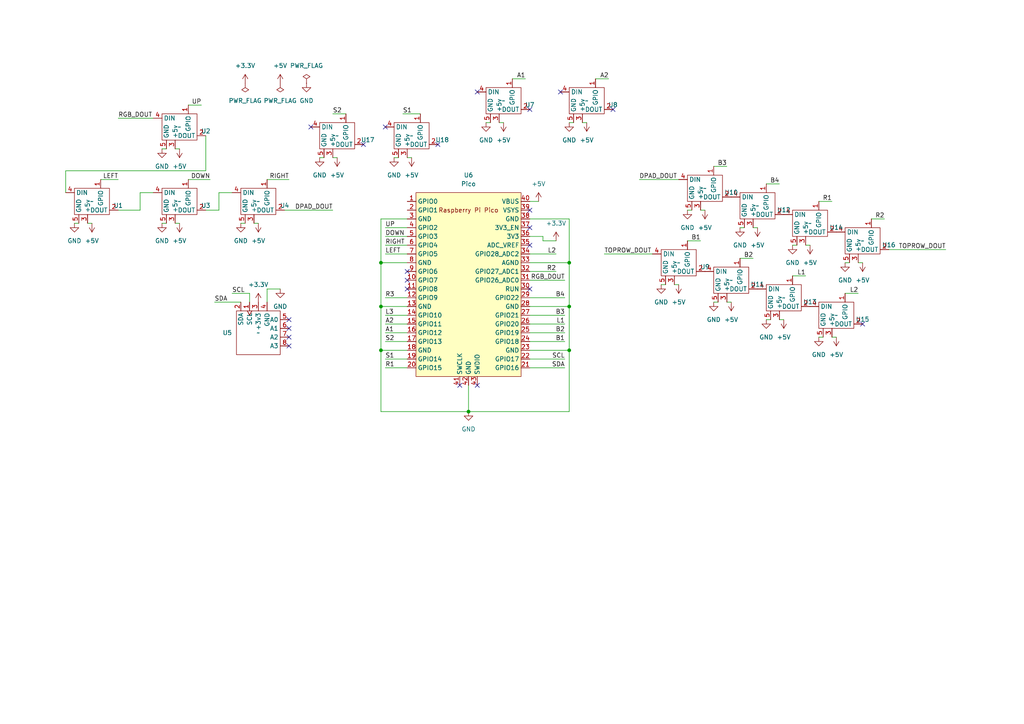
<source format=kicad_sch>
(kicad_sch (version 20230121) (generator eeschema)
  (paper "A4")
  (lib_symbols
    (symbol "MCU_RaspberryPi_and_Boards:Pico"
      (property "Reference" "U" (at -13.97 27.94 0))
      (property "Value" "Pico" (at 0 19.05 0))
      (symbol "Pico_0_0"
        (text "Raspberry Pi Pico" (at 0 21.59 0) (effects (font (size 1.27 1.27))))
      )
      (symbol "Pico_0_1"
        (rectangle (start -15.24 26.67) (end 15.24 -26.67) (fill (type background)))
      )
      (symbol "Pico_1_1"
        (pin bidirectional line (at -17.78 24.13 0) (length 2.54) (name "GPIO0") (number "1"))
        (pin bidirectional line (at -17.78 1.27 0) (length 2.54) (name "GPIO7") (number "10"))
        (pin bidirectional line (at -17.78 -1.27 0) (length 2.54) (name "GPIO8") (number "11"))
        (pin bidirectional line (at -17.78 -3.81 0) (length 2.54) (name "GPIO9") (number "12"))
        (pin power_in line (at -17.78 -6.35 0) (length 2.54) (name "GND") (number "13"))
        (pin bidirectional line (at -17.78 -8.89 0) (length 2.54) (name "GPIO10") (number "14"))
        (pin bidirectional line (at -17.78 -11.43 0) (length 2.54) (name "GPIO11") (number "15"))
        (pin bidirectional line (at -17.78 -13.97 0) (length 2.54) (name "GPIO12") (number "16"))
        (pin bidirectional line (at -17.78 -16.51 0) (length 2.54) (name "GPIO13") (number "17"))
        (pin power_in line (at -17.78 -19.05 0) (length 2.54) (name "GND") (number "18"))
        (pin bidirectional line (at -17.78 -21.59 0) (length 2.54) (name "GPIO14") (number "19"))
        (pin bidirectional line (at -17.78 21.59 0) (length 2.54) (name "GPIO1") (number "2"))
        (pin bidirectional line (at -17.78 -24.13 0) (length 2.54) (name "GPIO15") (number "20"))
        (pin bidirectional line (at 17.78 -24.13 180) (length 2.54) (name "GPIO16") (number "21"))
        (pin bidirectional line (at 17.78 -21.59 180) (length 2.54) (name "GPIO17") (number "22"))
        (pin power_in line (at 17.78 -19.05 180) (length 2.54) (name "GND") (number "23"))
        (pin bidirectional line (at 17.78 -16.51 180) (length 2.54) (name "GPIO18") (number "24"))
        (pin bidirectional line (at 17.78 -13.97 180) (length 2.54) (name "GPIO19") (number "25"))
        (pin bidirectional line (at 17.78 -11.43 180) (length 2.54) (name "GPIO20") (number "26"))
        (pin bidirectional line (at 17.78 -8.89 180) (length 2.54) (name "GPIO21") (number "27"))
        (pin power_in line (at 17.78 -6.35 180) (length 2.54) (name "GND") (number "28"))
        (pin bidirectional line (at 17.78 -3.81 180) (length 2.54) (name "GPIO22") (number "29"))
        (pin power_in line (at -17.78 19.05 0) (length 2.54) (name "GND") (number "3"))
        (pin input line (at 17.78 -1.27 180) (length 2.54) (name "RUN") (number "30"))
        (pin bidirectional line (at 17.78 1.27 180) (length 2.54) (name "GPIO26_ADC0") (number "31"))
        (pin bidirectional line (at 17.78 3.81 180) (length 2.54) (name "GPIO27_ADC1") (number "32"))
        (pin power_in line (at 17.78 6.35 180) (length 2.54) (name "AGND") (number "33"))
        (pin bidirectional line (at 17.78 8.89 180) (length 2.54) (name "GPIO28_ADC2") (number "34"))
        (pin power_in line (at 17.78 11.43 180) (length 2.54) (name "ADC_VREF") (number "35"))
        (pin power_in line (at 17.78 13.97 180) (length 2.54) (name "3V3") (number "36"))
        (pin input line (at 17.78 16.51 180) (length 2.54) (name "3V3_EN") (number "37"))
        (pin power_in line (at 17.78 19.05 180) (length 2.54) (name "GND") (number "38"))
        (pin power_in line (at 17.78 21.59 180) (length 2.54) (name "VSYS") (number "39"))
        (pin bidirectional line (at -17.78 16.51 0) (length 2.54) (name "GPIO2") (number "4"))
        (pin power_in line (at 17.78 24.13 180) (length 2.54) (name "VBUS") (number "40"))
        (pin input line (at -2.54 -29.21 90) (length 2.54) (name "SWCLK") (number "41"))
        (pin power_in line (at 0 -29.21 90) (length 2.54) (name "GND") (number "42"))
        (pin bidirectional line (at 2.54 -29.21 90) (length 2.54) (name "SWDIO") (number "43"))
        (pin bidirectional line (at -17.78 13.97 0) (length 2.54) (name "GPIO3") (number "5"))
        (pin bidirectional line (at -17.78 11.43 0) (length 2.54) (name "GPIO4") (number "6"))
        (pin bidirectional line (at -17.78 8.89 0) (length 2.54) (name "GPIO5") (number "7"))
        (pin power_in line (at -17.78 6.35 0) (length 2.54) (name "GND") (number "8"))
        (pin bidirectional line (at -17.78 3.81 0) (length 2.54) (name "GPIO6") (number "9"))
      )
    )
    (symbol "power:+3.3V" (power) (pin_names (offset 0))
      (property "Value" "+3.3V" (at 0 3.556 0))
      (symbol "+3.3V_0_1"
        (polyline (pts (xy -0.762 1.27) (xy 0 2.54)))
        (polyline (pts (xy 0 0) (xy 0 2.54)))
        (polyline (pts (xy 0 2.54) (xy 0.762 1.27)))
      )
      (symbol "+3.3V_1_1"
        (pin power_in line (at 0 0 90) (length 0) hide (name "+3.3V") (number "1"))
      )
    )
    (symbol "power:+5V" (power) (pin_names (offset 0))
      (property "Value" "+5V" (at 0 3.556 0))
      (symbol "+5V_0_1"
        (polyline (pts (xy -0.762 1.27) (xy 0 2.54)))
        (polyline (pts (xy 0 0) (xy 0 2.54)))
        (polyline (pts (xy 0 2.54) (xy 0.762 1.27)))
      )
      (symbol "+5V_1_1"
        (pin power_in line (at 0 0 90) (length 0) hide (name "+5V") (number "1"))
      )
    )
    (symbol "power:GND" (power) (pin_names (offset 0))
      (property "Value" "GND" (at 0 -3.81 0))
      (symbol "GND_0_1"
        (polyline (pts (xy 0 0) (xy 0 -1.27) (xy 1.27 -1.27) (xy 0 -2.54) (xy -1.27 -1.27) (xy 0 -1.27)))
      )
      (symbol "GND_1_1"
        (pin power_in line (at 0 0 270) (length 0) hide (name "GND") (number "1"))
      )
    )
    (symbol "power:PWR_FLAG" (power) (pin_numbers hide) (pin_names (offset 0) hide)
      (property "Value" "PWR_FLAG" (at 0 3.81 0))
      (symbol "PWR_FLAG_0_0"
        (pin power_out line (at 0 0 90) (length 0) (name "pwr") (number "1"))
      )
      (symbol "PWR_FLAG_0_1"
        (polyline (pts (xy 0 0) (xy 0 1.27) (xy -1.016 1.905) (xy 0 2.54) (xy 1.016 1.905) (xy 0 1.27)))
      )
    )
    (symbol "voidswitch:ADC"
      (property "Reference" "U" (at 0 0 0))
      (symbol "ADC_0_1"
        (rectangle (start -6.35 6.35) (end 6.35 -6.35))
      )
      (symbol "ADC_1_1"
        (pin bidirectional clock (at -2.54 8.89 270) (length 2.54) (name "SCL") (number "1"))
        (pin bidirectional line (at -5.08 8.89 270) (length 2.54) (name "SDA") (number "2"))
        (pin power_in line (at 0 8.89 270) (length 2.54) (name "+3v3") (number "3"))
        (pin power_in line (at 2.54 8.89 270) (length 2.54) (name "GND") (number "4"))
        (pin input line (at 8.89 3.81 180) (length 2.54) (name "A0") (number "5"))
        (pin input line (at 8.89 1.27 180) (length 2.54) (name "A1") (number "6"))
        (pin input line (at 8.89 -1.27 180) (length 2.54) (name "A2") (number "7"))
        (pin input line (at 8.89 -3.81 180) (length 2.54) (name "A3") (number "8"))
      )
    )
    (symbol "voidswitch:voidSwitch"
      (property "Reference" "U" (at -5.08 6.35 0))
      (symbol "voidSwitch_0_1"
        (rectangle (start -5.08 3.81) (end 5.08 -3.81))
      )
      (symbol "voidSwitch_1_1"
        (pin input line (at 2.54 6.35 270) (length 2.54) (name "GPIO") (number "1"))
        (pin output line (at 7.62 -2.54 180) (length 2.54) (name "DOUT") (number "2"))
        (pin power_in line (at -1.27 -6.35 90) (length 2.54) (name "+5v") (number "3"))
        (pin input line (at -7.62 2.54 0) (length 2.54) (name "DIN") (number "4"))
        (pin power_in line (at -3.81 -6.35 90) (length 2.54) (name "GND") (number "5"))
      )
    )
  )
  (junction (at 110.49 88.9))
  (junction (at 165.1 76.2))
  (junction (at 110.49 76.2))
  (junction (at 165.1 88.9))
  (junction (at 135.89 119.38))
  (junction (at 110.49 101.6))
  (junction (at 165.1 101.6))
  (no_connect (at 127 41.91))
  (no_connect (at 118.11 83.82))
  (no_connect (at 90.17 36.83))
  (no_connect (at 138.43 26.67))
  (no_connect (at 153.67 71.12))
  (no_connect (at 177.8 31.75))
  (no_connect (at 111.76 36.83))
  (no_connect (at 250.19 93.98))
  (no_connect (at 83.82 97.79))
  (no_connect (at 138.43 111.76))
  (no_connect (at 133.35 111.76))
  (no_connect (at 83.82 100.33))
  (no_connect (at 153.67 66.04))
  (no_connect (at 83.82 92.71))
  (no_connect (at 153.67 83.82))
  (no_connect (at 153.67 31.75))
  (no_connect (at 118.11 78.74))
  (no_connect (at 162.56 26.67))
  (no_connect (at 153.67 60.96))
  (no_connect (at 105.41 41.91))
  (no_connect (at 83.82 95.25))
  (no_connect (at 118.11 81.28))
  (wire (pts (xy 153.67 88.9) (xy 165.1 88.9)))
  (wire (pts (xy 111.76 68.58) (xy 118.11 68.58)))
  (wire (pts (xy 199.39 60.96) (xy 200.66 60.96)))
  (wire (pts (xy 60.96 52.07) (xy 54.61 52.07)))
  (wire (pts (xy 146.05 35.56) (xy 144.78 35.56)))
  (wire (pts (xy 219.71 66.04) (xy 218.44 66.04)))
  (wire (pts (xy 96.52 33.02) (xy 100.33 33.02)))
  (wire (pts (xy 111.76 96.52) (xy 118.11 96.52)))
  (wire (pts (xy 74.93 64.77) (xy 73.66 64.77)))
  (wire (pts (xy 256.54 63.5) (xy 252.73 63.5)))
  (wire (pts (xy 170.18 35.56) (xy 168.91 35.56)))
  (wire (pts (xy 165.1 76.2) (xy 165.1 88.9)))
  (wire (pts (xy 111.76 66.04) (xy 118.11 66.04)))
  (wire (pts (xy 176.53 22.86) (xy 172.72 22.86)))
  (wire (pts (xy 245.11 76.2) (xy 246.38 76.2)))
  (wire (pts (xy 212.09 87.63) (xy 210.82 87.63)))
  (wire (pts (xy 214.63 66.04) (xy 215.9 66.04)))
  (wire (pts (xy 119.38 45.72) (xy 118.11 45.72)))
  (wire (pts (xy 62.23 87.63) (xy 69.85 87.63)))
  (wire (pts (xy 26.67 64.77) (xy 25.4 64.77)))
  (wire (pts (xy 59.69 60.96) (xy 63.5 60.96)))
  (wire (pts (xy 111.76 93.98) (xy 118.11 93.98)))
  (wire (pts (xy 152.4 22.86) (xy 148.59 22.86)))
  (wire (pts (xy 227.33 92.71) (xy 226.06 92.71)))
  (wire (pts (xy 83.82 52.07) (xy 77.47 52.07)))
  (wire (pts (xy 111.76 73.66) (xy 118.11 73.66)))
  (wire (pts (xy 163.83 99.06) (xy 153.67 99.06)))
  (wire (pts (xy 96.52 60.96) (xy 82.55 60.96)))
  (wire (pts (xy 157.48 69.85) (xy 157.48 68.58)))
  (wire (pts (xy 118.11 63.5) (xy 110.49 63.5)))
  (wire (pts (xy 111.76 86.36) (xy 118.11 86.36)))
  (wire (pts (xy 140.97 35.56) (xy 142.24 35.56)))
  (wire (pts (xy 191.77 82.55) (xy 193.04 82.55)))
  (wire (pts (xy 165.1 101.6) (xy 165.1 119.38)))
  (wire (pts (xy 226.06 53.34) (xy 222.25 53.34)))
  (wire (pts (xy 135.89 119.38) (xy 135.89 111.76)))
  (wire (pts (xy 34.29 34.29) (xy 44.45 34.29)))
  (wire (pts (xy 234.95 71.12) (xy 233.68 71.12)))
  (wire (pts (xy 111.76 71.12) (xy 118.11 71.12)))
  (wire (pts (xy 250.19 76.2) (xy 248.92 76.2)))
  (wire (pts (xy 40.64 55.88) (xy 44.45 55.88)))
  (wire (pts (xy 114.3 45.72) (xy 115.57 45.72)))
  (wire (pts (xy 21.59 64.77) (xy 22.86 64.77)))
  (wire (pts (xy 163.83 106.68) (xy 153.67 106.68)))
  (wire (pts (xy 72.39 85.09) (xy 67.31 85.09)))
  (wire (pts (xy 59.69 39.37) (xy 59.69 49.53)))
  (wire (pts (xy 110.49 76.2) (xy 110.49 88.9)))
  (wire (pts (xy 72.39 85.09) (xy 72.39 87.63)))
  (wire (pts (xy 110.49 101.6) (xy 110.49 119.38)))
  (wire (pts (xy 248.92 85.09) (xy 245.11 85.09)))
  (wire (pts (xy 153.67 63.5) (xy 165.1 63.5)))
  (wire (pts (xy 229.87 71.12) (xy 231.14 71.12)))
  (wire (pts (xy 92.71 45.72) (xy 93.98 45.72)))
  (wire (pts (xy 163.83 93.98) (xy 153.67 93.98)))
  (wire (pts (xy 165.1 63.5) (xy 165.1 76.2)))
  (wire (pts (xy 153.67 76.2) (xy 165.1 76.2)))
  (wire (pts (xy 203.2 69.85) (xy 199.39 69.85)))
  (wire (pts (xy 110.49 88.9) (xy 110.49 101.6)))
  (wire (pts (xy 52.07 64.77) (xy 50.8 64.77)))
  (wire (pts (xy 161.29 78.74) (xy 153.67 78.74)))
  (wire (pts (xy 185.42 52.07) (xy 196.85 52.07)))
  (wire (pts (xy 163.83 96.52) (xy 153.67 96.52)))
  (wire (pts (xy 19.05 49.53) (xy 19.05 55.88)))
  (wire (pts (xy 163.83 104.14) (xy 153.67 104.14)))
  (wire (pts (xy 46.99 43.18) (xy 48.26 43.18)))
  (wire (pts (xy 274.32 72.39) (xy 257.81 72.39)))
  (wire (pts (xy 34.29 52.07) (xy 29.21 52.07)))
  (wire (pts (xy 81.28 83.82) (xy 77.47 83.82)))
  (wire (pts (xy 110.49 119.38) (xy 135.89 119.38)))
  (wire (pts (xy 69.85 64.77) (xy 71.12 64.77)))
  (wire (pts (xy 153.67 101.6) (xy 165.1 101.6)))
  (wire (pts (xy 110.49 101.6) (xy 118.11 101.6)))
  (wire (pts (xy 218.44 74.93) (xy 214.63 74.93)))
  (wire (pts (xy 157.48 68.58) (xy 153.67 68.58)))
  (wire (pts (xy 153.67 86.36) (xy 163.83 86.36)))
  (wire (pts (xy 111.76 91.44) (xy 118.11 91.44)))
  (wire (pts (xy 52.07 43.18) (xy 50.8 43.18)))
  (wire (pts (xy 111.76 104.14) (xy 118.11 104.14)))
  (wire (pts (xy 165.1 119.38) (xy 135.89 119.38)))
  (wire (pts (xy 207.01 87.63) (xy 208.28 87.63)))
  (wire (pts (xy 63.5 60.96) (xy 63.5 55.88)))
  (wire (pts (xy 110.49 88.9) (xy 118.11 88.9)))
  (wire (pts (xy 241.3 58.42) (xy 237.49 58.42)))
  (wire (pts (xy 233.68 80.01) (xy 229.87 80.01)))
  (wire (pts (xy 59.69 49.53) (xy 19.05 49.53)))
  (wire (pts (xy 165.1 88.9) (xy 165.1 101.6)))
  (wire (pts (xy 204.47 60.96) (xy 203.2 60.96)))
  (wire (pts (xy 46.99 64.77) (xy 48.26 64.77)))
  (wire (pts (xy 242.57 97.79) (xy 241.3 97.79)))
  (wire (pts (xy 163.83 91.44) (xy 153.67 91.44)))
  (wire (pts (xy 110.49 76.2) (xy 118.11 76.2)))
  (wire (pts (xy 163.83 81.28) (xy 153.67 81.28)))
  (wire (pts (xy 165.1 35.56) (xy 166.37 35.56)))
  (wire (pts (xy 77.47 83.82) (xy 77.47 87.63)))
  (wire (pts (xy 34.29 60.96) (xy 40.64 60.96)))
  (wire (pts (xy 161.29 69.85) (xy 157.48 69.85)))
  (wire (pts (xy 156.21 58.42) (xy 153.67 58.42)))
  (wire (pts (xy 222.25 92.71) (xy 223.52 92.71)))
  (wire (pts (xy 110.49 63.5) (xy 110.49 76.2)))
  (wire (pts (xy 40.64 60.96) (xy 40.64 55.88)))
  (wire (pts (xy 111.76 106.68) (xy 118.11 106.68)))
  (wire (pts (xy 111.76 99.06) (xy 118.11 99.06)))
  (wire (pts (xy 210.82 48.26) (xy 207.01 48.26)))
  (wire (pts (xy 196.85 82.55) (xy 195.58 82.55)))
  (wire (pts (xy 97.79 45.72) (xy 96.52 45.72)))
  (wire (pts (xy 175.26 73.66) (xy 189.23 73.66)))
  (wire (pts (xy 116.84 33.02) (xy 121.92 33.02)))
  (wire (pts (xy 161.29 73.66) (xy 153.67 73.66)))
  (wire (pts (xy 237.49 97.79) (xy 238.76 97.79)))
  (wire (pts (xy 63.5 55.88) (xy 67.31 55.88)))
  (wire (pts (xy 58.42 30.48) (xy 54.61 30.48)))
  (label "SCL" (at 67.31 85.09 0))
  (label "DPAD_DOUT" (at 96.52 60.96 180))
  (label "TOPROW_DOUT" (at 274.32 72.39 180))
  (label "B4" (at 226.06 53.34 180))
  (label "A1" (at 111.76 96.52 0))
  (label "R3" (at 111.76 86.36 0))
  (label "TOPROW_DOUT" (at 175.26 73.66 0))
  (label "LEFT" (at 34.29 52.07 180))
  (label "L1" (at 233.68 80.01 180))
  (label "B3" (at 210.82 48.26 180))
  (label "DPAD_DOUT" (at 185.42 52.07 0))
  (label "L1" (at 163.83 93.98 180))
  (label "B4" (at 163.83 86.36 180))
  (label "R2" (at 256.54 63.5 180))
  (label "L3" (at 111.76 91.44 0))
  (label "SCL" (at 163.83 104.14 180))
  (label "LEFT" (at 111.76 73.66 0))
  (label "R1" (at 241.3 58.42 180))
  (label "R2" (at 161.29 78.74 180))
  (label "S1" (at 111.76 104.14 0))
  (label "DOWN" (at 60.96 52.07 180))
  (label "A2" (at 176.53 22.86 180))
  (label "SDA" (at 62.23 87.63 0))
  (label "B1" (at 163.83 99.06 180))
  (label "L2" (at 161.29 73.66 180))
  (label "S2" (at 111.76 99.06 0))
  (label "RIGHT" (at 83.82 52.07 180))
  (label "RIGHT" (at 111.76 71.12 0))
  (label "B2" (at 218.44 74.93 180))
  (label "B2" (at 163.83 96.52 180))
  (label "UP" (at 58.42 30.48 180))
  (label "L2" (at 248.92 85.09 180))
  (label "A2" (at 111.76 93.98 0))
  (label "R1" (at 111.76 106.68 0))
  (label "RGB_DOUT" (at 163.83 81.28 180))
  (label "DOWN" (at 111.76 68.58 0))
  (label "SDA" (at 163.83 106.68 180))
  (label "S2" (at 96.52 33.02 0))
  (label "B1" (at 203.2 69.85 180))
  (label "A1" (at 152.4 22.86 180))
  (label "S1" (at 116.84 33.02 0))
  (label "RGB_DOUT" (at 34.29 34.29 0))
  (label "B3" (at 163.83 91.44 180))
  (label "UP" (at 111.76 66.04 0))
  (symbol (lib_id "power:+5V") (at 250.19 76.2 180) (unit 1)
    (property "Reference" "#PWR036" (effects hide))
    (property "Value" "+5V" (at 250.19 81.28 0))
  )
  (symbol (lib_id "voidswitch:voidSwitch") (at 119.38 39.37 0) (unit 1)
    (property "Reference" "U18" (at 128.27 40.5639 0))
    (property "Value" "~" (at 119.38 39.37 0))
    (property "Footprint" "voidswitch:voidswitch_1" (effects hide))
  )
  (symbol (lib_id "power:GND") (at 81.28 83.82 0) (unit 1)
    (property "Reference" "#PWR012" (effects hide))
    (property "Value" "GND" (at 81.28 88.9 0))
  )
  (symbol (lib_id "power:GND") (at 222.25 92.71 0) (unit 1)
    (property "Reference" "#PWR029" (effects hide))
    (property "Value" "GND" (at 222.25 97.79 0))
  )
  (symbol (lib_id "power:GND") (at 46.99 64.77 0) (unit 1)
    (property "Reference" "#PWR04" (effects hide))
    (property "Value" "GND" (at 46.99 69.85 0))
  )
  (symbol (lib_id "power:GND") (at 46.99 43.18 0) (unit 1)
    (property "Reference" "#PWR03" (effects hide))
    (property "Value" "GND" (at 46.99 48.26 0))
  )
  (symbol (lib_id "power:+5V") (at 170.18 35.56 180) (unit 1)
    (property "Reference" "#PWR020" (effects hide))
    (property "Value" "+5V" (at 170.18 40.64 0))
  )
  (symbol (lib_id "voidswitch:voidSwitch") (at 52.07 36.83 0) (unit 1)
    (property "Reference" "U2" (at 59.69 38.0239 0))
    (property "Value" "~" (at 52.07 36.83 0))
    (property "Footprint" "voidswitch:voidswitch_1" (effects hide))
  )
  (symbol (lib_id "power:GND") (at 229.87 71.12 0) (unit 1)
    (property "Reference" "#PWR031" (effects hide))
    (property "Value" "GND" (at 229.87 76.2 0))
  )
  (symbol (lib_id "power:+5V") (at 212.09 87.63 180) (unit 1)
    (property "Reference" "#PWR026" (effects hide))
    (property "Value" "+5V" (at 212.09 92.71 0))
  )
  (symbol (lib_id "power:+3.3V") (at 71.12 24.13 0) (unit 1)
    (property "Reference" "#PWR08" (effects hide))
    (property "Value" "+3.3V" (at 71.12 19.05 0))
  )
  (symbol (lib_id "voidswitch:voidSwitch") (at 26.67 58.42 0) (unit 1)
    (property "Reference" "U1" (at 34.29 59.6139 0))
    (property "Value" "~" (at 26.67 58.42 0))
    (property "Footprint" "voidswitch:voidswitch_1" (effects hide))
  )
  (symbol (lib_id "MCU_RaspberryPi_and_Boards:Pico") (at 135.89 82.55 0) (unit 1)
    (property "Reference" "U6" (at 135.89 50.8 0))
    (property "Value" "Pico" (at 135.89 53.34 0))
    (property "Footprint" "voidswitch:RPi_Pico_SMD_TH_1" (effects hide))
  )
  (symbol (lib_id "power:GND") (at 199.39 60.96 0) (unit 1)
    (property "Reference" "#PWR023" (effects hide))
    (property "Value" "GND" (at 199.39 66.04 0))
  )
  (symbol (lib_id "power:+5V") (at 97.79 45.72 180) (unit 1)
    (property "Reference" "#PWR041" (effects hide))
    (property "Value" "+5V" (at 97.79 50.8 0))
  )
  (symbol (lib_id "power:GND") (at 92.71 45.72 0) (unit 1)
    (property "Reference" "#PWR037" (effects hide))
    (property "Value" "GND" (at 92.71 50.8 0))
  )
  (symbol (lib_id "power:GND") (at 191.77 82.55 0) (unit 1)
    (property "Reference" "#PWR021" (effects hide))
    (property "Value" "GND" (at 191.77 87.63 0))
  )
  (symbol (lib_id "power:+5V") (at 234.95 71.12 180) (unit 1)
    (property "Reference" "#PWR032" (effects hide))
    (property "Value" "+5V" (at 234.95 76.2 0))
  )
  (symbol (lib_id "voidswitch:voidSwitch") (at 227.33 86.36 0) (unit 1)
    (property "Reference" "U13" (at 234.95 87.5539 0))
    (property "Value" "~" (at 227.33 86.36 0))
    (property "Footprint" "voidswitch:voidswitch_1" (effects hide))
  )
  (symbol (lib_id "voidswitch:voidSwitch") (at 242.57 91.44 0) (unit 1)
    (property "Reference" "U15" (at 250.19 92.6339 0))
    (property "Value" "~" (at 242.57 91.44 0))
    (property "Footprint" "voidswitch:voidswitch_1" (effects hide))
  )
  (symbol (lib_id "voidswitch:voidSwitch") (at 52.07 58.42 0) (unit 1)
    (property "Reference" "U3" (at 59.69 59.6139 0))
    (property "Value" "~" (at 52.07 58.42 0))
    (property "Footprint" "voidswitch:voidswitch_1" (effects hide))
  )
  (symbol (lib_id "power:+5V") (at 146.05 35.56 180) (unit 1)
    (property "Reference" "#PWR016" (effects hide))
    (property "Value" "+5V" (at 146.05 40.64 0))
  )
  (symbol (lib_id "power:+5V") (at 219.71 66.04 180) (unit 1)
    (property "Reference" "#PWR028" (effects hide))
    (property "Value" "+5V" (at 219.71 71.12 0))
  )
  (symbol (lib_id "voidswitch:voidSwitch") (at 212.09 81.28 0) (unit 1)
    (property "Reference" "U11" (at 219.71 82.4739 0))
    (property "Value" "~" (at 212.09 81.28 0))
    (property "Footprint" "voidswitch:voidswitch_1" (effects hide))
  )
  (symbol (lib_id "power:PWR_FLAG") (at 81.28 24.13 180) (unit 1)
    (property "Reference" "#FLG02" (effects hide))
    (property "Value" "PWR_FLAG" (at 81.28 29.21 0))
  )
  (symbol (lib_id "power:GND") (at 21.59 64.77 0) (unit 1)
    (property "Reference" "#PWR01" (effects hide))
    (property "Value" "GND" (at 21.59 69.85 0))
  )
  (symbol (lib_id "power:GND") (at 69.85 64.77 0) (unit 1)
    (property "Reference" "#PWR07" (effects hide))
    (property "Value" "GND" (at 69.85 69.85 0))
  )
  (symbol (lib_id "power:GND") (at 140.97 35.56 0) (unit 1)
    (property "Reference" "#PWR015" (effects hide))
    (property "Value" "GND" (at 140.97 40.64 0))
  )
  (symbol (lib_id "power:+5V") (at 52.07 43.18 180) (unit 1)
    (property "Reference" "#PWR05" (effects hide))
    (property "Value" "+5V" (at 52.07 48.26 0))
  )
  (symbol (lib_id "power:GND") (at 245.11 76.2 0) (unit 1)
    (property "Reference" "#PWR035" (effects hide))
    (property "Value" "GND" (at 245.11 81.28 0))
  )
  (symbol (lib_id "power:GND") (at 88.9 24.13 0) (unit 1)
    (property "Reference" "#PWR013" (effects hide))
    (property "Value" "GND" (at 88.9 29.21 0))
  )
  (symbol (lib_id "voidswitch:voidSwitch") (at 250.19 69.85 0) (unit 1)
    (property "Reference" "U16" (at 257.81 71.0439 0))
    (property "Value" "~" (at 250.19 69.85 0))
    (property "Footprint" "voidswitch:voidswitch_1" (effects hide))
  )
  (symbol (lib_id "voidswitch:voidSwitch") (at 97.79 39.37 0) (unit 1)
    (property "Reference" "U17" (at 106.68 40.5639 0))
    (property "Value" "~" (at 97.79 39.37 0))
    (property "Footprint" "voidswitch:voidswitch_1" (effects hide))
  )
  (symbol (lib_id "power:+5V") (at 227.33 92.71 180) (unit 1)
    (property "Reference" "#PWR030" (effects hide))
    (property "Value" "+5V" (at 227.33 97.79 0))
  )
  (symbol (lib_id "voidswitch:voidSwitch") (at 219.71 59.69 0) (unit 1)
    (property "Reference" "U12" (at 227.33 60.8839 0))
    (property "Value" "~" (at 219.71 59.69 0))
    (property "Footprint" "voidswitch:voidswitch_1" (effects hide))
  )
  (symbol (lib_id "voidswitch:voidSwitch") (at 196.85 76.2 0) (unit 1)
    (property "Reference" "U9" (at 204.47 77.3939 0))
    (property "Value" "~" (at 196.85 76.2 0))
    (property "Footprint" "voidswitch:voidswitch_1" (effects hide))
  )
  (symbol (lib_id "power:GND") (at 214.63 66.04 0) (unit 1)
    (property "Reference" "#PWR027" (effects hide))
    (property "Value" "GND" (at 214.63 71.12 0))
  )
  (symbol (lib_id "power:+3.3V") (at 74.93 87.63 0) (unit 1)
    (property "Reference" "#PWR010" (effects hide))
    (property "Value" "+3.3V" (at 74.93 82.55 0))
  )
  (symbol (lib_id "power:+5V") (at 119.38 45.72 180) (unit 1)
    (property "Reference" "#PWR042" (effects hide))
    (property "Value" "+5V" (at 119.38 50.8 0))
  )
  (symbol (lib_id "power:+5V") (at 242.57 97.79 180) (unit 1)
    (property "Reference" "#PWR034" (effects hide))
    (property "Value" "+5V" (at 242.57 102.87 0))
  )
  (symbol (lib_id "voidswitch:voidSwitch") (at 204.47 54.61 0) (unit 1)
    (property "Reference" "U10" (at 212.09 55.8039 0))
    (property "Value" "~" (at 204.47 54.61 0))
    (property "Footprint" "voidswitch:voidswitch_1" (effects hide))
  )
  (symbol (lib_id "power:GND") (at 165.1 35.56 0) (unit 1)
    (property "Reference" "#PWR019" (effects hide))
    (property "Value" "GND" (at 165.1 40.64 0))
  )
  (symbol (lib_id "power:PWR_FLAG") (at 71.12 24.13 180) (unit 1)
    (property "Reference" "#FLG01" (effects hide))
    (property "Value" "PWR_FLAG" (at 71.12 29.21 0))
  )
  (symbol (lib_id "power:GND") (at 237.49 97.79 0) (unit 1)
    (property "Reference" "#PWR033" (effects hide))
    (property "Value" "GND" (at 237.49 102.87 0))
  )
  (symbol (lib_id "power:+5V") (at 196.85 82.55 180) (unit 1)
    (property "Reference" "#PWR022" (effects hide))
    (property "Value" "+5V" (at 196.85 87.63 0))
  )
  (symbol (lib_id "power:+5V") (at 52.07 64.77 180) (unit 1)
    (property "Reference" "#PWR06" (effects hide))
    (property "Value" "+5V" (at 52.07 69.85 0))
  )
  (symbol (lib_id "power:+5V") (at 156.21 58.42 0) (unit 1)
    (property "Reference" "#PWR017" (effects hide))
    (property "Value" "+5V" (at 156.21 53.34 0))
  )
  (symbol (lib_id "power:PWR_FLAG") (at 88.9 24.13 0) (unit 1)
    (property "Reference" "#FLG03" (effects hide))
    (property "Value" "PWR_FLAG" (at 88.9 19.05 0))
  )
  (symbol (lib_id "power:GND") (at 135.89 119.38 0) (unit 1)
    (property "Reference" "#PWR014" (effects hide))
    (property "Value" "GND" (at 135.89 124.46 0))
  )
  (symbol (lib_id "voidswitch:ADC") (at 74.93 96.52 0) (unit 1)
    (property "Reference" "U5" (at 67.31 96.52 0) (effects (justify right)))
    (property "Value" "~" (at 74.93 96.52 0))
    (property "Footprint" "voidswitch:ADC" (effects hide))
  )
  (symbol (lib_id "power:GND") (at 207.01 87.63 0) (unit 1)
    (property "Reference" "#PWR025" (effects hide))
    (property "Value" "GND" (at 207.01 92.71 0))
  )
  (symbol (lib_id "voidswitch:voidSwitch") (at 234.95 64.77 0) (unit 1)
    (property "Reference" "U14" (at 242.57 65.9639 0))
    (property "Value" "~" (at 234.95 64.77 0))
    (property "Footprint" "voidswitch:voidswitch_1" (effects hide))
  )
  (symbol (lib_id "power:GND") (at 114.3 45.72 0) (unit 1)
    (property "Reference" "#PWR038" (effects hide))
    (property "Value" "GND" (at 114.3 50.8 0))
  )
  (symbol (lib_id "voidswitch:voidSwitch") (at 74.93 58.42 0) (unit 1)
    (property "Reference" "U4" (at 82.55 59.6139 0))
    (property "Value" "~" (at 74.93 58.42 0))
    (property "Footprint" "voidswitch:voidswitch_1" (effects hide))
  )
  (symbol (lib_id "power:+3.3V") (at 161.29 69.85 0) (unit 1)
    (property "Reference" "#PWR018" (effects hide))
    (property "Value" "+3.3V" (at 161.29 64.77 0))
  )
  (symbol (lib_id "power:+5V") (at 81.28 24.13 0) (unit 1)
    (property "Reference" "#PWR011" (effects hide))
    (property "Value" "+5V" (at 81.28 19.05 0))
  )
  (symbol (lib_id "power:+5V") (at 26.67 64.77 180) (unit 1)
    (property "Reference" "#PWR02" (effects hide))
    (property "Value" "+5V" (at 26.67 69.85 0))
  )
  (symbol (lib_id "power:+5V") (at 74.93 64.77 180) (unit 1)
    (property "Reference" "#PWR09" (effects hide))
    (property "Value" "+5V" (at 74.93 69.85 0))
  )
  (symbol (lib_id "power:+5V") (at 204.47 60.96 180) (unit 1)
    (property "Reference" "#PWR024" (effects hide))
    (property "Value" "+5V" (at 204.47 66.04 0))
  )
  (symbol (lib_id "voidswitch:voidSwitch") (at 170.18 29.21 0) (unit 1)
    (property "Reference" "U8" (at 177.8 30.4039 0))
    (property "Value" "~" (at 170.18 29.21 0))
    (property "Footprint" "voidswitch:voidswitch_1" (effects hide))
  )
  (symbol (lib_id "voidswitch:voidSwitch") (at 146.05 29.21 0) (unit 1)
    (property "Reference" "U7" (at 153.67 30.4039 0))
    (property "Value" "~" (at 146.05 29.21 0))
    (property "Footprint" "voidswitch:voidswitch_1" (effects hide))
  )
)
</source>
